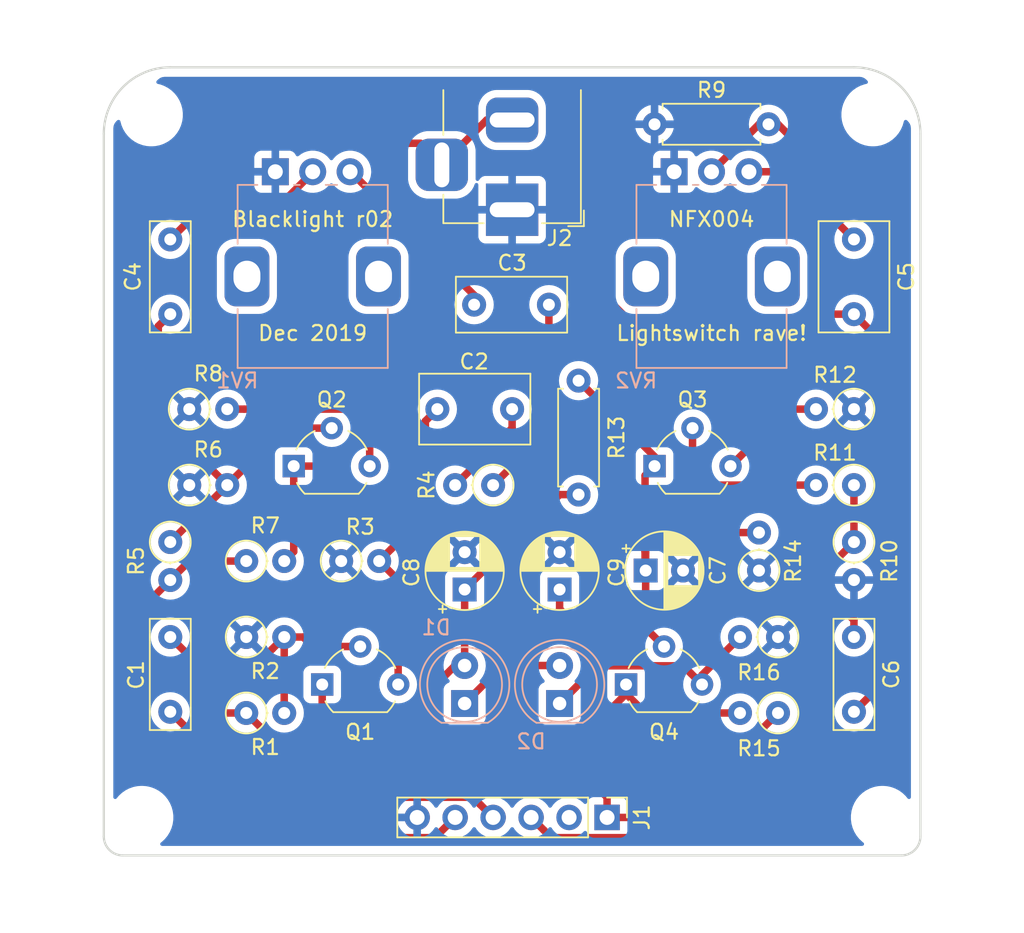
<source format=kicad_pcb>
(kicad_pcb (version 20211014) (generator pcbnew)
  (title_block (title "Blacklight") (date "2019-12-10") (rev "r02") (company "Nuclear Lighthouse Studios"))
  (layers (0 "F.Cu" signal) (31 "B.Cu" signal) (36 "B.SilkS" user "B.Silkscreen") (37 "F.SilkS" user "F.Silkscreen") (38 "B.Mask" user) (39 "F.Mask" user) (44 "Edge.Cuts" user))
  (net 0 "")
  (net 1 "GND")
  (net 2 "+9V")
  (net 3 "Input")
  (net 4 "Output")
  (net 5 "+9VA")
  (net 6 "Net-(C1-Pad1)")
  (net 7 "Net-(C2-Pad2)")
  (net 8 "Net-(C2-Pad1)")
  (net 9 "Net-(C3-Pad1)")
  (net 10 "Net-(C4-Pad1)")
  (net 11 "Net-(C5-Pad1)")
  (net 12 "Net-(C6-Pad1)")
  (net 13 "Net-(C7-Pad1)")
  (net 15 "Net-(C4-Pad2)")
  (net 16 "Net-(C8-Pad1)")
  (net 17 "Attenuator")
  (net 18 "Net-(Q3-Pad3)")
  (net 19 "Net-(Q3-Pad2)")
  (net 20 "Net-(C5-Pad2)")
  (net 21 "Net-(C9-Pad1)")
  (net 22 "Net-(Q2-Pad3)")
  (footprint "NLS:BarrelJack_Horizontal_Short" (layer "F.Cu") (at 115.57 62.865 -90)
    (fp_text reference "J2" (at 1.905 -3.175 180) (layer "F.SilkS"))
    (fp_text value "Barrel_Jack_Switch")
    (pad "1" thru_hole rect locked (at 0 0 270) (size 3.5 3.5) (drill oval 1 3) (layers *.Cu *.Mask) (net 1 "GND"))
    (pad "2" thru_hole roundrect locked (at -6 0 270) (size 3 3.5) (drill oval 1 3) (layers *.Cu *.Mask) (net 2 "+9V"))
    (pad "3" thru_hole roundrect locked (at -3 4.7 270) (size 3.5 3.5) (drill oval 3 1) (layers *.Cu *.Mask) (net 2 "+9V"))
  )
  (footprint "Connector_PinHeader_2.54mm:PinHeader_1x06_P2.54mm_Vertical" (layer "F.Cu") (at 121.92 103.505 -90)
    (fp_text reference "J1" (at 0 -2.33 90) (layer "F.SilkS"))
    (fp_text value "Conn_01x06_Female")
    (pad "1" thru_hole rect (at 0 0 270) (size 1.7 1.7) (drill 1) (layers *.Cu *.Mask) (net 5 "+9VA"))
    (pad "2" thru_hole oval (at 0 2.54 270) (size 1.7 1.7) (drill 1) (layers *.Cu *.Mask))
    (pad "3" thru_hole oval (at 0 5.08 270) (size 1.7 1.7) (drill 1) (layers *.Cu *.Mask) (net 4 "Output"))
    (pad "4" thru_hole oval (at 0 7.62 270) (size 1.7 1.7) (drill 1) (layers *.Cu *.Mask) (net 3 "Input"))
    (pad "5" thru_hole oval (at 0 10.16 270) (size 1.7 1.7) (drill 1) (layers *.Cu *.Mask) (net 2 "+9V"))
    (pad "6" thru_hole oval (at 0 12.7 270) (size 1.7 1.7) (drill 1) (layers *.Cu *.Mask) (net 1 "GND"))
  )
  (footprint "MountingHole:MountingHole_3.2mm_M3" (layer "F.Cu") (at 139.7 56.515)
    (fp_text reference "REF**" hide)
    (fp_text value "MountingHole_3.2mm_M3")
    (pad "" np_thru_hole circle locked (at 0 0) (size 3.2 3.2) (drill 3.2) (layers *.Cu *.Mask))
  )
  (footprint "MountingHole:MountingHole_3.2mm_M3" (layer "F.Cu") (at 91.44 56.515)
    (fp_text reference "REF**" hide)
    (fp_text value "MountingHole_3.2mm_M3")
    (pad "" np_thru_hole circle locked (at 0 0) (size 3.2 3.2) (drill 3.2) (layers *.Cu *.Mask))
  )
  (footprint "MountingHole:MountingHole_3.2mm_M3" (layer "F.Cu") (at 140.335 103.505)
    (fp_text reference "REF**" hide)
    (fp_text value "MountingHole_3.2mm_M3")
    (pad "" np_thru_hole circle locked (at 0 0) (size 3.2 3.2) (drill 3.2) (layers *.Cu *.Mask))
  )
  (footprint "MountingHole:MountingHole_3.2mm_M3" (layer "F.Cu") (at 90.805 103.505)
    (fp_text reference "REF**" hide)
    (fp_text value "MountingHole_3.2mm_M3")
    (pad "" np_thru_hole circle locked (at 0 0) (size 3.2 3.2) (drill 3.2) (layers *.Cu *.Mask))
  )
  (footprint "Capacitor_THT:C_Rect_L7.2mm_W2.5mm_P5.00mm_FKS2_FKP2_MKS2_MKP2" (layer "F.Cu") (at 92.71 91.44 -90)
    (fp_text reference "C1" (at 2.54 2.286 90) (layer "F.SilkS"))
    (fp_text value "100n")
    (pad "1" thru_hole circle (at 0 0 270) (size 1.6 1.6) (drill 0.8) (layers *.Cu *.Mask) (net 6 "Net-(C1-Pad1)"))
    (pad "2" thru_hole circle (at 5 0 270) (size 1.6 1.6) (drill 0.8) (layers *.Cu *.Mask) (net 3 "Input"))
  )
  (footprint "Capacitor_THT:C_Rect_L7.2mm_W2.5mm_P5.00mm_FKS2_FKP2_MKS2_MKP2" (layer "F.Cu") (at 92.71 69.85 90)
    (fp_text reference "C4" (at 2.5 -2.5 90) (layer "F.SilkS"))
    (fp_text value "100n")
    (pad "1" thru_hole circle (at 0 0 90) (size 1.6 1.6) (drill 0.8) (layers *.Cu *.Mask) (net 10 "Net-(C4-Pad1)"))
    (pad "2" thru_hole circle (at 5 0 90) (size 1.6 1.6) (drill 0.8) (layers *.Cu *.Mask) (net 15 "Net-(C4-Pad2)"))
  )
  (footprint "Capacitor_THT:C_Rect_L7.2mm_W2.5mm_P5.00mm_FKS2_FKP2_MKS2_MKP2" (layer "F.Cu") (at 138.43 91.44 -90)
    (fp_text reference "C6" (at 2.5 -2.5 90) (layer "F.SilkS"))
    (fp_text value "100n")
    (pad "1" thru_hole circle (at 0 0 270) (size 1.6 1.6) (drill 0.8) (layers *.Cu *.Mask) (net 12 "Net-(C6-Pad1)"))
    (pad "2" thru_hole circle (at 5 0 270) (size 1.6 1.6) (drill 0.8) (layers *.Cu *.Mask) (net 20 "Net-(C5-Pad2)"))
  )
  (footprint "Capacitor_THT:CP_Radial_D5.0mm_P2.50mm" (layer "F.Cu") (at 124.5 86.995)
    (fp_text reference "C7" (at 4.826 0 270) (layer "F.SilkS"))
    (fp_text value "10µ")
    (pad "1" thru_hole rect (at 0 0) (size 1.6 1.6) (drill 0.8) (layers *.Cu *.Mask) (net 13 "Net-(C7-Pad1)"))
    (pad "2" thru_hole circle (at 2.5 0) (size 1.6 1.6) (drill 0.8) (layers *.Cu *.Mask) (net 1 "GND"))
  )
  (footprint "Capacitor_THT:CP_Radial_D5.0mm_P2.50mm" (layer "F.Cu") (at 118.745 88.265 90)
    (fp_text reference "C9" (at 1.143 3.81 270) (layer "F.SilkS"))
    (fp_text value "47µ")
    (pad "1" thru_hole rect (at 0 0 90) (size 1.6 1.6) (drill 0.8) (layers *.Cu *.Mask) (net 21 "Net-(C9-Pad1)"))
    (pad "2" thru_hole circle (at 2.5 0 90) (size 1.6 1.6) (drill 0.8) (layers *.Cu *.Mask) (net 1 "GND"))
  )
  (footprint "Package_TO_SOT_THT:TO-92_Wide" (layer "F.Cu") (at 125.095 80.01)
    (fp_text reference "Q3" (at 2.54 -4.445) (layer "F.SilkS"))
    (fp_text value "BC547")
    (pad "1" thru_hole rect (at 0 0) (size 1.5 1.5) (drill 0.8) (layers *.Cu *.Mask) (net 13 "Net-(C7-Pad1)"))
    (pad "2" thru_hole circle (at 2.54 -2.54) (size 1.5 1.5) (drill 0.8) (layers *.Cu *.Mask) (net 19 "Net-(Q3-Pad2)"))
    (pad "3" thru_hole circle (at 5.08 0) (size 1.5 1.5) (drill 0.8) (layers *.Cu *.Mask) (net 18 "Net-(Q3-Pad3)"))
  )
  (footprint "Package_TO_SOT_THT:TO-92_Wide" (layer "F.Cu") (at 123.19 94.615)
    (fp_text reference "Q4" (at 2.54 3.175) (layer "F.SilkS"))
    (fp_text value "BC547")
    (pad "1" thru_hole rect (at 0 0) (size 1.5 1.5) (drill 0.8) (layers *.Cu *.Mask) (net 16 "Net-(C8-Pad1)"))
    (pad "2" thru_hole circle (at 2.54 -2.54) (size 1.5 1.5) (drill 0.8) (layers *.Cu *.Mask) (net 13 "Net-(C7-Pad1)"))
    (pad "3" thru_hole circle (at 5.08 0) (size 1.5 1.5) (drill 0.8) (layers *.Cu *.Mask) (net 21 "Net-(C9-Pad1)"))
  )
  (footprint "Resistor_THT:R_Axial_DIN0207_L6.3mm_D2.5mm_P2.54mm_Vertical" (layer "F.Cu") (at 97.79 96.52)
    (fp_text reference "R1" (at 1.27 2.286) (layer "F.SilkS"))
    (fp_text value "1M")
    (pad "1" thru_hole circle (at 0 0) (size 1.6 1.6) (drill 0.8) (layers *.Cu *.Mask) (net 5 "+9VA"))
    (pad "2" thru_hole oval (at 2.54 0) (size 1.6 1.6) (drill 0.8) (layers *.Cu *.Mask) (net 6 "Net-(C1-Pad1)"))
  )
  (footprint "Resistor_THT:R_Axial_DIN0207_L6.3mm_D2.5mm_P2.54mm_Vertical" (layer "F.Cu") (at 97.79 91.44)
    (fp_text reference "R2" (at 1.27 2.286) (layer "F.SilkS"))
    (fp_text value "1M")
    (pad "1" thru_hole circle (at 0 0) (size 1.6 1.6) (drill 0.8) (layers *.Cu *.Mask) (net 1 "GND"))
    (pad "2" thru_hole oval (at 2.54 0) (size 1.6 1.6) (drill 0.8) (layers *.Cu *.Mask) (net 6 "Net-(C1-Pad1)"))
  )
  (footprint "Resistor_THT:R_Axial_DIN0207_L6.3mm_D2.5mm_P2.54mm_Vertical" (layer "F.Cu") (at 104.14 86.36)
    (fp_text reference "R3" (at 1.27 -2.286) (layer "F.SilkS"))
    (fp_text value "10k")
    (pad "1" thru_hole circle (at 0 0) (size 1.6 1.6) (drill 0.8) (layers *.Cu *.Mask) (net 1 "GND"))
    (pad "2" thru_hole oval (at 2.54 0) (size 1.6 1.6) (drill 0.8) (layers *.Cu *.Mask) (net 7 "Net-(C2-Pad2)"))
  )
  (footprint "Resistor_THT:R_Axial_DIN0207_L6.3mm_D2.5mm_P2.54mm_Vertical" (layer "F.Cu") (at 92.71 85.09 -90)
    (fp_text reference "R5" (at 1.27 2.286 90) (layer "F.SilkS"))
    (fp_text value "1M")
    (pad "1" thru_hole circle (at 0 0 270) (size 1.6 1.6) (drill 0.8) (layers *.Cu *.Mask) (net 10 "Net-(C4-Pad1)"))
    (pad "2" thru_hole oval (at 2.54 0 270) (size 1.6 1.6) (drill 0.8) (layers *.Cu *.Mask) (net 5 "+9VA"))
  )
  (footprint "Resistor_THT:R_Axial_DIN0207_L6.3mm_D2.5mm_P2.54mm_Vertical" (layer "F.Cu") (at 93.98 81.28)
    (fp_text reference "R6" (at 1.27 -2.37) (layer "F.SilkS"))
    (fp_text value "100k")
    (pad "1" thru_hole circle (at 0 0) (size 1.6 1.6) (drill 0.8) (layers *.Cu *.Mask) (net 1 "GND"))
    (pad "2" thru_hole oval (at 2.54 0) (size 1.6 1.6) (drill 0.8) (layers *.Cu *.Mask) (net 10 "Net-(C4-Pad1)"))
  )
  (footprint "Resistor_THT:R_Axial_DIN0207_L6.3mm_D2.5mm_P7.62mm_Horizontal" (layer "F.Cu") (at 132.715 57.15 180)
    (fp_text reference "R9" (at 3.81 2.286) (layer "F.SilkS"))
    (fp_text value "39k")
    (pad "1" thru_hole circle (at 0 0 180) (size 1.6 1.6) (drill 0.8) (layers *.Cu *.Mask) (net 4 "Output"))
    (pad "2" thru_hole oval (at 7.62 0 180) (size 1.6 1.6) (drill 0.8) (layers *.Cu *.Mask) (net 1 "GND"))
  )
  (footprint "Resistor_THT:R_Axial_DIN0207_L6.3mm_D2.5mm_P2.54mm_Vertical" (layer "F.Cu") (at 138.43 85.09 -90)
    (fp_text reference "R10" (at 1.27 -2.37 90) (layer "F.SilkS"))
    (fp_text value "100k")
    (pad "1" thru_hole circle (at 0 0 270) (size 1.6 1.6) (drill 0.8) (layers *.Cu *.Mask) (net 12 "Net-(C6-Pad1)"))
    (pad "2" thru_hole oval (at 2.54 0 270) (size 1.6 1.6) (drill 0.8) (layers *.Cu *.Mask) (net 1 "GND"))
  )
  (footprint "Resistor_THT:R_Axial_DIN0207_L6.3mm_D2.5mm_P2.54mm_Vertical" (layer "F.Cu") (at 138.43 76.2 180)
    (fp_text reference "R12" (at 1.27 2.286) (layer "F.SilkS"))
    (fp_text value "2.7k")
    (pad "1" thru_hole circle (at 0 0 180) (size 1.6 1.6) (drill 0.8) (layers *.Cu *.Mask) (net 1 "GND"))
    (pad "2" thru_hole oval (at 2.54 0 180) (size 1.6 1.6) (drill 0.8) (layers *.Cu *.Mask) (net 18 "Net-(Q3-Pad3)"))
  )
  (footprint "Resistor_THT:R_Axial_DIN0207_L6.3mm_D2.5mm_P7.62mm_Horizontal" (layer "F.Cu") (at 120.015 81.915 90)
    (fp_text reference "R13" (at 3.81 2.54 90) (layer "F.SilkS"))
    (fp_text value "100k")
    (pad "1" thru_hole circle (at 0 0 90) (size 1.6 1.6) (drill 0.8) (layers *.Cu *.Mask) (net 16 "Net-(C8-Pad1)"))
    (pad "2" thru_hole oval (at 7.62 0 90) (size 1.6 1.6) (drill 0.8) (layers *.Cu *.Mask) (net 13 "Net-(C7-Pad1)"))
  )
  (footprint "Resistor_THT:R_Axial_DIN0207_L6.3mm_D2.5mm_P2.54mm_Vertical" (layer "F.Cu") (at 133.35 96.52 180)
    (fp_text reference "R15" (at 1.27 -2.37) (layer "F.SilkS"))
    (fp_text value "1k")
    (pad "1" thru_hole circle (at 0 0 180) (size 1.6 1.6) (drill 0.8) (layers *.Cu *.Mask) (net 5 "+9VA"))
    (pad "2" thru_hole oval (at 2.54 0 180) (size 1.6 1.6) (drill 0.8) (layers *.Cu *.Mask) (net 16 "Net-(C8-Pad1)"))
  )
  (footprint "Resistor_THT:R_Axial_DIN0207_L6.3mm_D2.5mm_P2.54mm_Vertical" (layer "F.Cu") (at 133.35 91.44 180)
    (fp_text reference "R16" (at 1.27 -2.37) (layer "F.SilkS"))
    (fp_text value "1k")
    (pad "1" thru_hole circle (at 0 0 180) (size 1.6 1.6) (drill 0.8) (layers *.Cu *.Mask) (net 1 "GND"))
    (pad "2" thru_hole oval (at 2.54 0 180) (size 1.6 1.6) (drill 0.8) (layers *.Cu *.Mask) (net 21 "Net-(C9-Pad1)"))
  )
  (footprint "Capacitor_THT:C_Rect_L7.2mm_W4.5mm_P5.00mm_FKS2_FKP2_MKS2_MKP2" (layer "F.Cu") (at 115.57 76.2 180)
    (fp_text reference "C2" (at 2.54 3.175) (layer "F.SilkS"))
    (fp_text value "1µ")
    (pad "1" thru_hole circle (at 0 0 180) (size 1.6 1.6) (drill 0.8) (layers *.Cu *.Mask) (net 8 "Net-(C2-Pad1)"))
    (pad "2" thru_hole circle (at 5 0 180) (size 1.6 1.6) (drill 0.8) (layers *.Cu *.Mask) (net 7 "Net-(C2-Pad2)"))
  )
  (footprint "Resistor_THT:R_Axial_DIN0207_L6.3mm_D2.5mm_P2.54mm_Vertical" (layer "F.Cu") (at 93.98 76.2)
    (fp_text reference "R8" (at 1.27 -2.37) (layer "F.SilkS"))
    (fp_text value "100")
    (pad "1" thru_hole circle (at 0 0) (size 1.6 1.6) (drill 0.8) (layers *.Cu *.Mask) (net 1 "GND"))
    (pad "2" thru_hole oval (at 2.54 0) (size 1.6 1.6) (drill 0.8) (layers *.Cu *.Mask) (net 22 "Net-(Q2-Pad3)"))
  )
  (footprint "Resistor_THT:R_Axial_DIN0207_L6.3mm_D2.5mm_P2.54mm_Vertical" (layer "F.Cu") (at 97.79 86.36)
    (fp_text reference "R7" (at 1.27 -2.37) (layer "F.SilkS"))
    (fp_text value "10k")
    (pad "1" thru_hole circle (at 0 0) (size 1.6 1.6) (drill 0.8) (layers *.Cu *.Mask) (net 5 "+9VA"))
    (pad "2" thru_hole oval (at 2.54 0) (size 1.6 1.6) (drill 0.8) (layers *.Cu *.Mask) (net 20 "Net-(C5-Pad2)"))
  )
  (footprint "Package_TO_SOT_THT:TO-92_Wide" (layer "F.Cu") (at 102.87 94.615)
    (fp_text reference "Q1" (at 2.54 3.175) (layer "F.SilkS"))
    (fp_text value "BC547")
    (pad "1" thru_hole rect (at 0 0) (size 1.5 1.5) (drill 0.8) (layers *.Cu *.Mask) (net 5 "+9VA"))
    (pad "2" thru_hole circle (at 2.54 -2.54) (size 1.5 1.5) (drill 0.8) (layers *.Cu *.Mask) (net 6 "Net-(C1-Pad1)"))
    (pad "3" thru_hole circle (at 5.08 0) (size 1.5 1.5) (drill 0.8) (layers *.Cu *.Mask) (net 7 "Net-(C2-Pad2)"))
  )
  (footprint "Resistor_THT:R_Axial_DIN0207_L6.3mm_D2.5mm_P2.54mm_Vertical" (layer "F.Cu") (at 138.43 81.28 180)
    (fp_text reference "R11" (at 1.27 2.159) (layer "F.SilkS"))
    (fp_text value "47k")
    (pad "1" thru_hole circle (at 0 0 180) (size 1.6 1.6) (drill 0.8) (layers *.Cu *.Mask) (net 12 "Net-(C6-Pad1)"))
    (pad "2" thru_hole oval (at 2.54 0 180) (size 1.6 1.6) (drill 0.8) (layers *.Cu *.Mask) (net 19 "Net-(Q3-Pad2)"))
  )
  (footprint "Capacitor_THT:CP_Radial_D5.0mm_P2.50mm" (layer "F.Cu") (at 112.395 88.265 90)
    (fp_text reference "C8" (at 1.143 -3.556 270) (layer "F.SilkS"))
    (fp_text value "47µ")
    (pad "1" thru_hole rect (at 0 0 90) (size 1.6 1.6) (drill 0.8) (layers *.Cu *.Mask) (net 16 "Net-(C8-Pad1)"))
    (pad "2" thru_hole circle (at 2.5 0 90) (size 1.6 1.6) (drill 0.8) (layers *.Cu *.Mask) (net 1 "GND"))
  )
  (footprint "Capacitor_THT:C_Rect_L7.2mm_W3.5mm_P5.00mm_FKS2_FKP2_MKS2_MKP2" (layer "F.Cu") (at 113.03 69.215)
    (fp_text reference "C3" (at 2.54 -2.794) (layer "F.SilkS"))
    (fp_text value "470n")
    (pad "1" thru_hole circle (at 0 0) (size 1.6 1.6) (drill 0.8) (layers *.Cu *.Mask) (net 9 "Net-(C3-Pad1)"))
    (pad "2" thru_hole circle (at 5 0) (size 1.6 1.6) (drill 0.8) (layers *.Cu *.Mask) (net 17 "Attenuator"))
  )
  (footprint "Package_TO_SOT_THT:TO-92_Wide" (layer "F.Cu") (at 100.965 80.01)
    (fp_text reference "Q2" (at 2.54 -4.445) (layer "F.SilkS"))
    (fp_text value "BC547")
    (pad "1" thru_hole rect (at 0 0) (size 1.5 1.5) (drill 0.8) (layers *.Cu *.Mask) (net 20 "Net-(C5-Pad2)"))
    (pad "2" thru_hole circle (at 2.54 -2.54) (size 1.5 1.5) (drill 0.8) (layers *.Cu *.Mask) (net 10 "Net-(C4-Pad1)"))
    (pad "3" thru_hole circle (at 5.08 0) (size 1.5 1.5) (drill 0.8) (layers *.Cu *.Mask) (net 22 "Net-(Q2-Pad3)"))
  )
  (footprint "Resistor_THT:R_Axial_DIN0207_L6.3mm_D2.5mm_P2.54mm_Vertical" (layer "F.Cu") (at 132.08 86.995 90)
    (fp_text reference "R14" (at 0.635 2.286 90) (layer "F.SilkS"))
    (fp_text value "82k")
    (pad "1" thru_hole circle (at 0 0 90) (size 1.6 1.6) (drill 0.8) (layers *.Cu *.Mask) (net 1 "GND"))
    (pad "2" thru_hole oval (at 2.54 0 90) (size 1.6 1.6) (drill 0.8) (layers *.Cu *.Mask) (net 13 "Net-(C7-Pad1)"))
  )
  (footprint "Capacitor_THT:C_Rect_L7.2mm_W4.5mm_P5.00mm_FKS2_FKP2_MKS2_MKP2" (layer "F.Cu") (at 138.43 64.85 -90)
    (fp_text reference "C5" (at 2.5 -3.5 90) (layer "F.SilkS"))
    (fp_text value "1µ")
    (pad "1" thru_hole circle (at 0 0 270) (size 1.6 1.6) (drill 0.8) (layers *.Cu *.Mask) (net 11 "Net-(C5-Pad1)"))
    (pad "2" thru_hole circle (at 5 0 270) (size 1.6 1.6) (drill 0.8) (layers *.Cu *.Mask) (net 20 "Net-(C5-Pad2)"))
  )
  (footprint "Resistor_THT:R_Axial_DIN0207_L6.3mm_D2.5mm_P2.54mm_Vertical" (layer "F.Cu") (at 114.3 81.28 180)
    (fp_text reference "R4" (at 4.445 0 90) (layer "F.SilkS"))
    (fp_text value "4.7k")
    (pad "1" thru_hole circle (at 0 0 180) (size 1.6 1.6) (drill 0.8) (layers *.Cu *.Mask) (net 17 "Attenuator"))
    (pad "2" thru_hole oval (at 2.54 0 180) (size 1.6 1.6) (drill 0.8) (layers *.Cu *.Mask) (net 8 "Net-(C2-Pad1)"))
  )
  (footprint "Potentiometer_THT:Potentiometer_Alps_RK09K_Single_Vertical" (layer "B.Cu") (at 99.735 60.325 -90)
    (fp_text reference "RV1" (at 13.97 2.54 180) (layer "B.SilkS") (effects (justify mirror)))
    (fp_text value "100k")
    (pad "1" thru_hole rect (at 0 0 270) (size 1.8 1.8) (drill 1) (layers *.Cu *.Mask) (net 1 "GND"))
    (pad "2" thru_hole circle (at 0 -2.5 270) (size 1.8 1.8) (drill 1) (layers *.Cu *.Mask) (net 15 "Net-(C4-Pad2)"))
    (pad "3" thru_hole circle (at 0 -5 270) (size 1.8 1.8) (drill 1) (layers *.Cu *.Mask) (net 9 "Net-(C3-Pad1)"))
    (pad "MP" thru_hole roundrect (at 7 1.9 270) (size 4 3) (drill oval 2.1 1.8) (layers *.Cu *.Mask))
    (pad "MP" thru_hole roundrect (at 7 -6.9 270) (size 4 3) (drill oval 2.1 1.8) (layers *.Cu *.Mask))
  )
  (footprint "Potentiometer_THT:Potentiometer_Alps_RK09K_Single_Vertical" (layer "B.Cu") (at 126.405 60.325 -90)
    (fp_text reference "RV2" (at 13.97 2.54 180) (layer "B.SilkS") (effects (justify mirror)))
    (fp_text value "100k")
    (pad "1" thru_hole rect (at 0 0 270) (size 1.8 1.8) (drill 1) (layers *.Cu *.Mask) (net 1 "GND"))
    (pad "2" thru_hole circle (at 0 -2.5 270) (size 1.8 1.8) (drill 1) (layers *.Cu *.Mask) (net 4 "Output"))
    (pad "3" thru_hole circle (at 0 -5 270) (size 1.8 1.8) (drill 1) (layers *.Cu *.Mask) (net 11 "Net-(C5-Pad1)"))
    (pad "MP" thru_hole roundrect (at 7 -6.9 270) (size 4 3) (drill oval 2.1 1.8) (layers *.Cu *.Mask))
    (pad "MP" thru_hole roundrect (at 7 1.9 270) (size 4 3) (drill oval 2.1 1.8) (layers *.Cu *.Mask))
  )
  (footprint "LED_THT:LED_D5.0mm" (layer "B.Cu") (at 118.745 95.885 90)
    (fp_text reference "D2" (at -2.54 -1.905) (layer "B.SilkS") (effects (justify mirror)))
    (fp_text value "LED VIOLET")
    (pad "1" thru_hole rect (at 0 0 90) (size 1.8 1.8) (drill 0.9) (layers *.Cu *.Mask) (net 21 "Net-(C9-Pad1)"))
    (pad "2" thru_hole circle (at 2.54 0 90) (size 1.8 1.8) (drill 0.9) (layers *.Cu *.Mask) (net 17 "Attenuator"))
  )
  (footprint "LED_THT:LED_D5.0mm" (layer "B.Cu") (at 112.395 95.885 90)
    (fp_text reference "D1" (at 5.08 -1.905) (layer "B.SilkS") (effects (justify mirror)))
    (fp_text value "LED VIOLET")
    (pad "1" thru_hole rect (at 0 0 90) (size 1.8 1.8) (drill 0.9) (layers *.Cu *.Mask) (net 17 "Attenuator"))
    (pad "2" thru_hole circle (at 2.54 0 90) (size 1.8 1.8) (drill 0.9) (layers *.Cu *.Mask) (net 16 "Net-(C8-Pad1)"))
  )
  (gr_line (start 92.71 53.34) (end 138.43 53.34) (layer "Edge.Cuts") (width 0.15))
  (gr_line (start 88.265 104.775) (end 88.265 57.785) (layer "Edge.Cuts") (width 0.15))
  (gr_arc (start 138.43 53.34) (mid 141.57309 54.64191) (end 142.875 57.785) (layer "Edge.Cuts") (width 0.15))
  (gr_arc (start 89.535 106.045) (mid 88.636974 105.673026) (end 88.265 104.775) (layer "Edge.Cuts") (width 0.15))
  (gr_line (start 142.875 57.785) (end 142.875 104.775) (layer "Edge.Cuts") (width 0.15))
  (gr_arc (start 88.265 57.785) (mid 89.56691 54.64191) (end 92.71 53.34) (layer "Edge.Cuts") (width 0.15))
  (gr_line (start 141.605 106.045) (end 89.535 106.045) (layer "Edge.Cuts") (width 0.15))
  (gr_arc (start 142.875 104.775) (mid 142.503026 105.673026) (end 141.605 106.045) (layer "Edge.Cuts") (width 0.15))
  (gr_text "Dec 2019" (at 102.235 71.12) (layer "F.SilkS") (effects (font (size 1 1))))
  (gr_text "Lightswitch rave!" (at 128.905 71.12) (layer "F.SilkS") (effects (font (size 1 1))))
  (gr_text "NFX004" (at 128.905 63.5) (layer "F.SilkS") (effects (font (size 1 1))))
  (gr_text "Blacklight r02" (at 102.235 63.5) (layer "F.SilkS") (effects (font (size 1 1))))
  (segment (start 89.535 96.52) (end 89.535 64.115998) (width 0.5) (layer "F.Cu") (net 2))
  (segment (start 109.425 58.42) (end 110.87 59.865) (width 0.5) (layer "F.Cu") (net 2))
  (segment (start 97.870001 104.855001) (end 89.535 96.52) (width 0.5) (layer "F.Cu") (net 2))
  (segment (start 89.535 64.115998) (end 95.230998 58.42) (width 0.5) (layer "F.Cu") (net 2))
  (segment (start 110.409999 104.855001) (end 97.870001 104.855001) (width 0.5) (layer "F.Cu") (net 2))
  (segment (start 111.76 103.505) (end 110.409999 104.855001) (width 0.5) (layer "F.Cu") (net 2))
  (segment (start 113.87 56.865) (end 115.57 56.865) (width 0.5) (layer "F.Cu") (net 2))
  (segment (start 110.87 59.865) (end 113.87 56.865) (width 0.5) (layer "F.Cu") (net 2))
  (segment (start 95.230998 58.42) (end 109.425 58.42) (width 0.5) (layer "F.Cu") (net 2))
  (segment (start 98.424999 102.154999) (end 112.949999 102.154999) (width 0.5) (layer "F.Cu") (net 3))
  (segment (start 92.71 96.44) (end 98.424999 102.154999) (width 0.5) (layer "F.Cu") (net 3))
  (segment (start 113.450001 102.655001) (end 114.3 103.505) (width 0.5) (layer "F.Cu") (net 3))
  (segment (start 112.949999 102.154999) (end 113.450001 102.655001) (width 0.5) (layer "F.Cu") (net 3))
  (segment (start 132.08 57.15) (end 128.945 60.285) (width 0.5) (layer "F.Cu") (net 4))
  (segment (start 118.190001 104.855001) (end 117.689999 104.354999) (width 0.5) (layer "F.Cu") (net 4))
  (segment (start 133.269999 104.855001) (end 118.190001 104.855001) (width 0.5) (layer "F.Cu") (net 4))
  (segment (start 141.605 65.405) (end 141.605 96.52) (width 0.5) (layer "F.Cu") (net 4))
  (segment (start 128.905 60.285) (end 128.945 60.325) (width 0.5) (layer "F.Cu") (net 4))
  (segment (start 117.689999 104.354999) (end 116.84 103.505) (width 0.5) (layer "F.Cu") (net 4))
  (segment (start 133.35 57.15) (end 141.605 65.405) (width 0.5) (layer "F.Cu") (net 4))
  (segment (start 132.715 57.15) (end 132.08 57.15) (width 0.5) (layer "F.Cu") (net 4))
  (segment (start 132.715 57.15) (end 133.35 57.15) (width 0.5) (layer "F.Cu") (net 4))
  (segment (start 128.945 60.285) (end 128.945 60.325) (width 0.5) (layer "F.Cu") (net 4))
  (segment (start 141.605 96.52) (end 133.269999 104.855001) (width 0.5) (layer "F.Cu") (net 4))
  (segment (start 126.365 103.505) (end 121.92 103.505) (width 0.5) (layer "F.Cu") (net 5))
  (segment (start 106.69 100.33) (end 104.785 98.425) (width 0.5) (layer "F.Cu") (net 5))
  (segment (start 102.87 96.51) (end 102.87 94.615) (width 0.5) (layer "F.Cu") (net 5))
  (segment (start 93.98 86.36) (end 92.71 87.63) (width 0.5) (layer "F.Cu") (net 5))
  (segment (start 92.71 87.63) (end 90.805 89.535) (width 0.5) (layer "F.Cu") (net 5))
  (segment (start 90.805 92.075) (end 95.25 96.52) (width 0.5) (layer "F.Cu") (net 5))
  (segment (start 97.79 86.36) (end 93.98 86.36) (width 0.5) (layer "F.Cu") (net 5))
  (segment (start 90.805 89.535) (end 90.805 92.075) (width 0.5) (layer "F.Cu") (net 5))
  (segment (start 121.92 102.155) (end 120.095 100.33) (width 0.5) (layer "F.Cu") (net 5))
  (segment (start 104.785 98.425) (end 102.87 96.51) (width 0.5) (layer "F.Cu") (net 5))
  (segment (start 95.25 96.52) (end 97.79 96.52) (width 0.5) (layer "F.Cu") (net 5))
  (segment (start 133.35 96.52) (end 126.365 103.505) (width 0.5) (layer "F.Cu") (net 5))
  (segment (start 99.695 98.425) (end 97.79 96.52) (width 0.5) (layer "F.Cu") (net 5))
  (segment (start 120.095 100.33) (end 106.69 100.33) (width 0.5) (layer "F.Cu") (net 5))
  (segment (start 121.92 103.505) (end 121.92 102.155) (width 0.5) (layer "F.Cu") (net 5))
  (segment (start 104.785 98.425) (end 99.695 98.425) (width 0.5) (layer "F.Cu") (net 5))
  (segment (start 92.71 91.44) (end 94.615 93.345) (width 0.5) (layer "F.Cu") (net 6))
  (segment (start 99.530001 92.239999) (end 100.33 91.44) (width 0.5) (layer "F.Cu") (net 6))
  (segment (start 100.33 91.44) (end 101.6 91.44) (width 0.5) (layer "F.Cu") (net 6))
  (segment (start 94.615 93.345) (end 98.425 93.345) (width 0.5) (layer "F.Cu") (net 6))
  (segment (start 98.425 93.345) (end 99.530001 92.239999) (width 0.5) (layer "F.Cu") (net 6))
  (segment (start 100.33 96.52) (end 100.33 91.44) (width 0.5) (layer "F.Cu") (net 6))
  (segment (start 105.41 92.075) (end 102.235 92.075) (width 0.5) (layer "F.Cu") (net 6))
  (segment (start 102.235 92.075) (end 101.6 91.44) (width 0.5) (layer "F.Cu") (net 6))
  (segment (start 110.57 76.2) (end 109.770001 76.999999) (width 0.5) (layer "F.Cu") (net 7))
  (segment (start 109.770001 83.269999) (end 107.479999 85.560001) (width 0.5) (layer "F.Cu") (net 7))
  (segment (start 107.95 87.63) (end 106.68 86.36) (width 0.5) (layer "F.Cu") (net 7))
  (segment (start 109.770001 76.999999) (end 109.770001 83.269999) (width 0.5) (layer "F.Cu") (net 7))
  (segment (start 107.95 94.615) (end 107.95 87.63) (width 0.5) (layer "F.Cu") (net 7))
  (segment (start 107.479999 85.560001) (end 106.68 86.36) (width 0.5) (layer "F.Cu") (net 7))
  (segment (start 111.76 81.28) (end 115.57 77.47) (width 0.5) (layer "F.Cu") (net 8))
  (segment (start 115.57 77.47) (end 115.57 76.2) (width 0.5) (layer "F.Cu") (net 8))
  (segment (start 113.03 68.58) (end 113.03 69.215) (width 0.5) (layer "F.Cu") (net 9))
  (segment (start 104.775 60.325) (end 113.03 68.58) (width 0.5) (layer "F.Cu") (net 9))
  (segment (start 100.33 77.47) (end 103.505 77.47) (width 0.5) (layer "F.Cu") (net 10))
  (segment (start 96.52 81.28) (end 100.33 77.47) (width 0.5) (layer "F.Cu") (net 10))
  (segment (start 92.71 85.09) (end 96.52 81.28) (width 0.5) (layer "F.Cu") (net 10))
  (segment (start 91.910001 70.649999) (end 92.71 69.85) (width 0.5) (layer "F.Cu") (net 10))
  (segment (start 96.52 81.28) (end 91.910001 76.670001) (width 0.5) (layer "F.Cu") (net 10))
  (segment (start 91.910001 76.670001) (end 91.910001 70.649999) (width 0.5) (layer "F.Cu") (net 10))
  (segment (start 133.905 60.325) (end 138.43 64.85) (width 0.5) (layer "F.Cu") (net 11))
  (segment (start 131.445 60.325) (end 133.905 60.325) (width 0.5) (layer "F.Cu") (net 11))
  (segment (start 138.43 90.30863) (end 136.525 88.40363) (width 0.5) (layer "F.Cu") (net 12))
  (segment (start 136.525 86.995) (end 138.43 85.09) (width 0.5) (layer "F.Cu") (net 12))
  (segment (start 138.43 91.44) (end 138.43 90.30863) (width 0.5) (layer "F.Cu") (net 12))
  (segment (start 136.525 88.40363) (end 136.525 86.995) (width 0.5) (layer "F.Cu") (net 12))
  (segment (start 138.43 81.28) (end 138.43 85.09) (width 0.5) (layer "F.Cu") (net 12))
  (segment (start 124.46 90.805) (end 125.73 92.075) (width 0.5) (layer "F.Cu") (net 13))
  (segment (start 124.46 90.805) (end 124.5 90.765) (width 0.5) (layer "F.Cu") (net 13))
  (segment (start 125.065 84.455) (end 132.08 84.455) (width 0.5) (layer "F.Cu") (net 13))
  (segment (start 124.46 86.36) (end 124.46 85.725) (width 0.5) (layer "F.Cu") (net 13))
  (segment (start 124.46 85.06) (end 125.065 84.455) (width 0.5) (layer "F.Cu") (net 13))
  (segment (start 124.46 80.645) (end 125.095 80.01) (width 0.5) (layer "F.Cu") (net 13))
  (segment (start 124.5 86.995) (end 124.5 85.765) (width 0.5) (layer "F.Cu") (net 13))
  (segment (start 124.5 85.765) (end 124.46 85.725) (width 0.5) (layer "F.Cu") (net 13))
  (segment (start 124.5 90.765) (end 124.5 86.995) (width 0.5) (layer "F.Cu") (net 13))
  (segment (start 120.015 74.295) (end 125.095 79.375) (width 0.5) (layer "F.Cu") (net 13))
  (segment (start 124.46 85.725) (end 124.46 80.645) (width 0.5) (layer "F.Cu") (net 13))
  (segment (start 125.095 79.375) (end 125.095 80.01) (width 0.5) (layer "F.Cu") (net 13))
  (segment (start 102.235 60.285) (end 102.275 60.325) (width 0.5) (layer "F.Cu") (net 15))
  (segment (start 92.71 64.85) (end 95.33 62.23) (width 0.5) (layer "F.Cu") (net 15))
  (segment (start 95.33 62.23) (end 100.37 62.23) (width 0.5) (layer "F.Cu") (net 15))
  (segment (start 100.37 62.23) (end 102.275 60.325) (width 0.5) (layer "F.Cu") (net 15))
  (segment (start 120.64 97.79) (end 123.19 95.24) (width 0.5) (layer "F.Cu") (net 16))
  (segment (start 123.19 95.24) (end 123.19 94.615) (width 0.5) (layer "F.Cu") (net 16))
  (segment (start 130.81 96.52) (end 124.47 96.52) (width 0.5) (layer "F.Cu") (net 16))
  (segment (start 120.015 81.915) (end 118.745 81.915) (width 0.5) (layer "F.Cu") (net 16))
  (segment (start 112.395 93.345) (end 111.76 93.345) (width 0.5) (layer "F.Cu") (net 16))
  (segment (start 124.47 96.52) (end 123.19 95.24) (width 0.5) (layer "F.Cu") (net 16))
  (segment (start 111.76 93.345) (end 110.49 94.615) (width 0.5) (layer "F.Cu") (net 16))
  (segment (start 111.044999 97.79) (end 120.64 97.79) (width 0.5) (layer "F.Cu") (net 16))
  (segment (start 110.49 94.615) (end 110.49 97.235001) (width 0.5) (layer "F.Cu") (net 16))
  (segment (start 112.395 88.265) (end 112.395 93.345) (width 0.5) (layer "F.Cu") (net 16))
  (segment (start 110.49 97.235001) (end 111.044999 97.79) (width 0.5) (layer "F.Cu") (net 16))
  (segment (start 118.745 81.915) (end 112.395 88.265) (width 0.5) (layer "F.Cu") (net 16))
  (segment (start 121.92 81.44) (end 121.92 82.559501) (width 0.5) (layer "F.Cu") (net 17))
  (segment (start 121.92 82.559501) (end 120.659501 83.82) (width 0.5) (layer "F.Cu") (net 17))
  (segment (start 118.745 83.82) (end 118.745 83.840998) (width 0.5) (layer "F.Cu") (net 17))
  (segment (start 118.03 77.55) (end 118.03 69.215) (width 0.5) (layer "F.Cu") (net 17))
  (segment (start 114.3 81.28) (end 118.03 77.55) (width 0.5) (layer "F.Cu") (net 17))
  (segment (start 118.745 93.345) (end 114.935 93.345) (width 0.5) (layer "F.Cu") (net 17))
  (segment (start 120.659501 83.82) (end 118.745 83.82) (width 0.5) (layer "F.Cu") (net 17))
  (segment (start 118.745 83.840998) (end 114.935 87.650998) (width 0.5) (layer "F.Cu") (net 17))
  (segment (start 114.935 93.345) (end 112.395 95.885) (width 0.5) (layer "F.Cu") (net 17))
  (segment (start 114.935 87.650998) (end 114.935 93.345) (width 0.5) (layer "F.Cu") (net 17))
  (segment (start 118.03 77.55) (end 121.92 81.44) (width 0.5) (layer "F.Cu") (net 17))
  (segment (start 130.175 80.01) (end 133.985 76.2) (width 0.5) (layer "F.Cu") (net 18))
  (segment (start 133.985 76.2) (end 135.89 76.2) (width 0.5) (layer "F.Cu") (net 18))
  (segment (start 127.635 77.47) (end 127.635 80.01) (width 0.5) (layer "F.Cu") (net 19))
  (segment (start 128.905 81.28) (end 135.89 81.28) (width 0.5) (layer "F.Cu") (net 19))
  (segment (start 127.635 80.01) (end 128.905 81.28) (width 0.5) (layer "F.Cu") (net 19))
  (segment (start 100.965 80.01) (end 100.965 85.725) (width 0.5) (layer "F.Cu") (net 20))
  (segment (start 113.665 71.12) (end 117.475 67.31) (width 0.5) (layer "F.Cu") (net 20))
  (segment (start 117.475 67.31) (end 120.422499 67.31) (width 0.5) (layer "F.Cu") (net 20))
  (segment (start 100.965 80.01) (end 103.505 80.01) (width 0.5) (layer "F.Cu") (net 20))
  (segment (start 140.335 94.535) (end 140.335 71.755) (width 0.5) (layer "F.Cu") (net 20))
  (segment (start 100.965 85.725) (end 100.33 86.36) (width 0.5) (layer "F.Cu") (net 20))
  (segment (start 120.422499 67.31) (end 123.597499 70.485) (width 0.5) (layer "F.Cu") (net 20))
  (segment (start 111.125 71.12) (end 113.665 71.12) (width 0.5) (layer "F.Cu") (net 20))
  (segment (start 138.43 96.44) (end 140.335 94.535) (width 0.5) (layer "F.Cu") (net 20))
  (segment (start 107.95 74.295) (end 111.125 71.12) (width 0.5) (layer "F.Cu") (net 20))
  (segment (start 123.597499 70.485) (end 135.006815 70.485) (width 0.5) (layer "F.Cu") (net 20))
  (segment (start 135.006815 70.485) (end 135.641815 69.85) (width 0.5) (layer "F.Cu") (net 20))
  (segment (start 140.335 71.755) (end 138.43 69.85) (width 0.5) (layer "F.Cu") (net 20))
  (segment (start 103.505 80.01) (end 105.41 81.915) (width 0.5) (layer "F.Cu") (net 20))
  (segment (start 135.641815 69.85) (end 138.43 69.85) (width 0.5) (layer "F.Cu") (net 20))
  (segment (start 105.41 81.915) (end 106.652501 81.915) (width 0.5) (layer "F.Cu") (net 20))
  (segment (start 106.652501 81.915) (end 107.95 80.617501) (width 0.5) (layer "F.Cu") (net 20))
  (segment (start 107.95 80.617501) (end 107.95 74.295) (width 0.5) (layer "F.Cu") (net 20))
  (segment (start 118.745 95.885) (end 121.265001 93.364999) (width 0.5) (layer "F.Cu") (net 21))
  (segment (start 118.745 89.565) (end 121.304999 92.124999) (width 0.5) (layer "F.Cu") (net 21))
  (segment (start 127.019999 93.364999) (end 127.520001 93.865001) (width 0.5) (layer "F.Cu") (net 21))
  (segment (start 121.304999 92.124999) (end 121.304999 93.364999) (width 0.5) (layer "F.Cu") (net 21))
  (segment (start 127.520001 93.865001) (end 128.27 94.615) (width 0.5) (layer "F.Cu") (net 21))
  (segment (start 128.27 94.615) (end 128.27 93.98) (width 0.5) (layer "F.Cu") (net 21))
  (segment (start 121.304999 93.364999) (end 127.019999 93.364999) (width 0.5) (layer "F.Cu") (net 21))
  (segment (start 121.265001 93.355001) (end 121.265001 93.364999) (width 0.5) (layer "F.Cu") (net 21))
  (segment (start 121.265001 93.364999) (end 121.304999 93.364999) (width 0.5) (layer "F.Cu") (net 21))
  (segment (start 128.27 93.98) (end 130.81 91.44) (width 0.5) (layer "F.Cu") (net 21))
  (segment (start 118.745 88.265) (end 118.745 89.565) (width 0.5) (layer "F.Cu") (net 21))
  (segment (start 97.65137 76.2) (end 96.52 76.2) (width 0.5) (layer "F.Cu") (net 22))
  (segment (start 104.775 76.2) (end 97.65137 76.2) (width 0.5) (layer "F.Cu") (net 22))
  (segment (start 106.045 77.47) (end 104.775 76.2) (width 0.5) (layer "F.Cu") (net 22))
  (segment (start 106.045 80.01) (end 106.045 77.47) (width 0.5) (layer "F.Cu") (net 22))
  (zone (net 1) (net_name "GND") (layer "B.Cu") (connect_pads (clearance 0.508)) (min_thickness 0.254) (fill yes (thermal_gap 0.508) (thermal_bridge_width 0.508) (smoothing fillet) (radius 0.635))
    (polygon (pts (xy 88.9 57.15) (xy 92.075 53.975) (xy 139.065 53.975) (xy 142.24 57.15) (xy 142.24 105.41) (xy 88.9 105.41)))
  )
)
</source>
